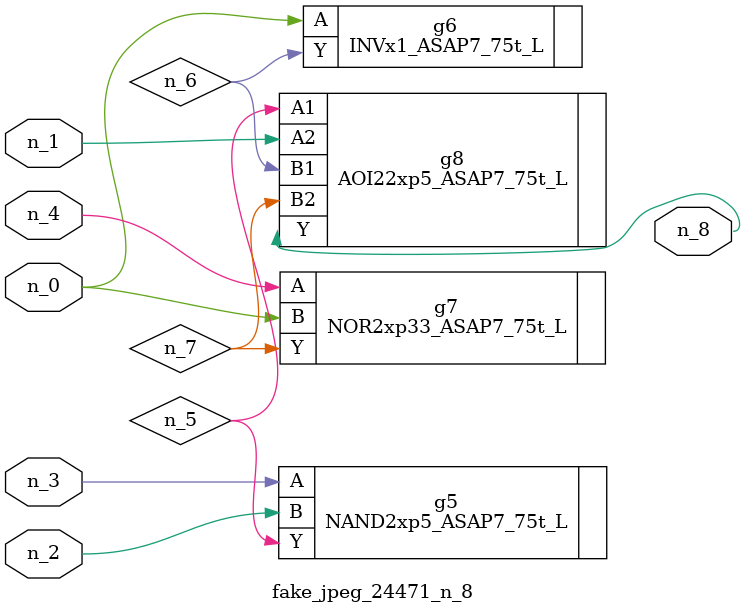
<source format=v>
module fake_jpeg_24471_n_8 (n_3, n_2, n_1, n_0, n_4, n_8);

input n_3;
input n_2;
input n_1;
input n_0;
input n_4;

output n_8;

wire n_6;
wire n_5;
wire n_7;

NAND2xp5_ASAP7_75t_L g5 ( 
.A(n_3),
.B(n_2),
.Y(n_5)
);

INVx1_ASAP7_75t_L g6 ( 
.A(n_0),
.Y(n_6)
);

NOR2xp33_ASAP7_75t_L g7 ( 
.A(n_4),
.B(n_0),
.Y(n_7)
);

AOI22xp5_ASAP7_75t_L g8 ( 
.A1(n_5),
.A2(n_1),
.B1(n_6),
.B2(n_7),
.Y(n_8)
);


endmodule
</source>
